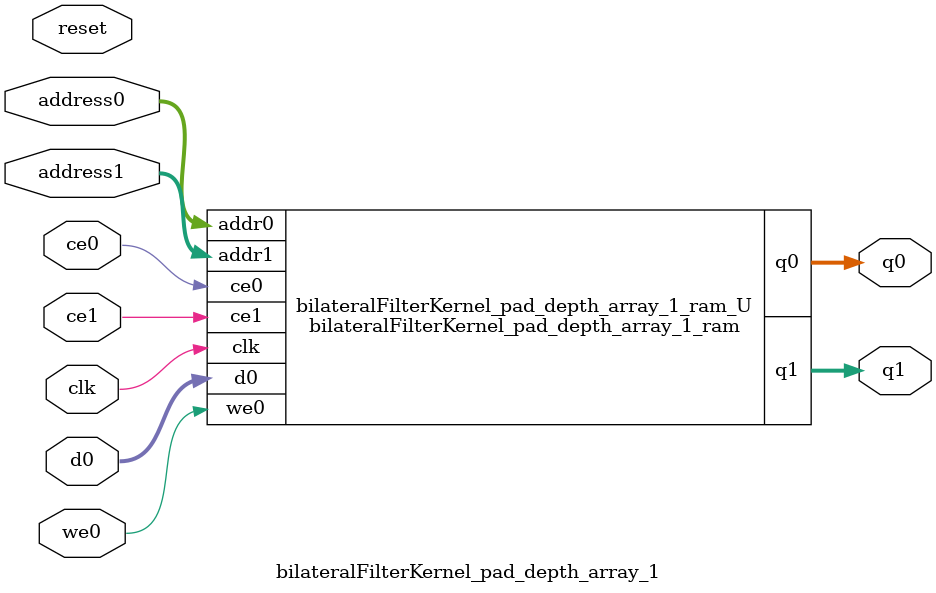
<source format=v>
`timescale 1 ns / 1 ps
module bilateralFilterKernel_pad_depth_array_1_ram (addr0, ce0, d0, we0, q0, addr1, ce1, q1,  clk);

parameter DWIDTH = 32;
parameter AWIDTH = 9;
parameter MEM_SIZE = 324;

input[AWIDTH-1:0] addr0;
input ce0;
input[DWIDTH-1:0] d0;
input we0;
output reg[DWIDTH-1:0] q0;
input[AWIDTH-1:0] addr1;
input ce1;
output reg[DWIDTH-1:0] q1;
input clk;

(* ram_style = "block" *)reg [DWIDTH-1:0] ram[0:MEM_SIZE-1];




always @(posedge clk)  
begin 
    if (ce0) 
    begin
        if (we0) 
        begin 
            ram[addr0] <= d0; 
        end 
        q0 <= ram[addr0];
    end
end


always @(posedge clk)  
begin 
    if (ce1) 
    begin
        q1 <= ram[addr1];
    end
end


endmodule

`timescale 1 ns / 1 ps
module bilateralFilterKernel_pad_depth_array_1(
    reset,
    clk,
    address0,
    ce0,
    we0,
    d0,
    q0,
    address1,
    ce1,
    q1);

parameter DataWidth = 32'd32;
parameter AddressRange = 32'd324;
parameter AddressWidth = 32'd9;
input reset;
input clk;
input[AddressWidth - 1:0] address0;
input ce0;
input we0;
input[DataWidth - 1:0] d0;
output[DataWidth - 1:0] q0;
input[AddressWidth - 1:0] address1;
input ce1;
output[DataWidth - 1:0] q1;



bilateralFilterKernel_pad_depth_array_1_ram bilateralFilterKernel_pad_depth_array_1_ram_U(
    .clk( clk ),
    .addr0( address0 ),
    .ce0( ce0 ),
    .we0( we0 ),
    .d0( d0 ),
    .q0( q0 ),
    .addr1( address1 ),
    .ce1( ce1 ),
    .q1( q1 ));

endmodule


</source>
